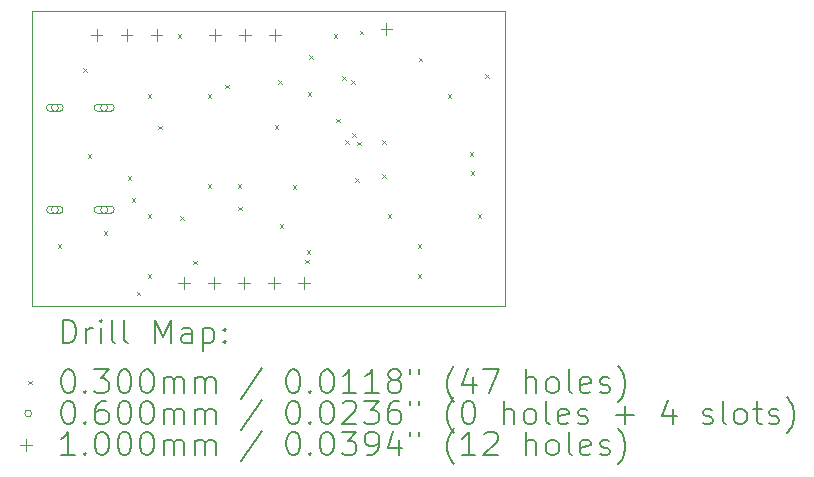
<source format=gbr>
%TF.GenerationSoftware,KiCad,Pcbnew,8.0.3-8.0.3-0~ubuntu22.04.1*%
%TF.CreationDate,2025-02-10T22:14:47+01:00*%
%TF.ProjectId,garland_controller,6761726c-616e-4645-9f63-6f6e74726f6c,0.1*%
%TF.SameCoordinates,Original*%
%TF.FileFunction,Drillmap*%
%TF.FilePolarity,Positive*%
%FSLAX45Y45*%
G04 Gerber Fmt 4.5, Leading zero omitted, Abs format (unit mm)*
G04 Created by KiCad (PCBNEW 8.0.3-8.0.3-0~ubuntu22.04.1) date 2025-02-10 22:14:47*
%MOMM*%
%LPD*%
G01*
G04 APERTURE LIST*
%ADD10C,0.050000*%
%ADD11C,0.200000*%
%ADD12C,0.100000*%
G04 APERTURE END LIST*
D10*
X10000000Y-5500000D02*
X14000000Y-5500000D01*
X14000000Y-8000000D01*
X10000000Y-8000000D01*
X10000000Y-5500000D01*
D11*
D12*
X10218710Y-7472024D02*
X10248710Y-7502024D01*
X10248710Y-7472024D02*
X10218710Y-7502024D01*
X10435000Y-5985000D02*
X10465000Y-6015000D01*
X10465000Y-5985000D02*
X10435000Y-6015000D01*
X10472710Y-6710024D02*
X10502710Y-6740024D01*
X10502710Y-6710024D02*
X10472710Y-6740024D01*
X10605000Y-7365000D02*
X10635000Y-7395000D01*
X10635000Y-7365000D02*
X10605000Y-7395000D01*
X10810000Y-6900000D02*
X10840000Y-6930000D01*
X10840000Y-6900000D02*
X10810000Y-6930000D01*
X10845000Y-7085000D02*
X10875000Y-7115000D01*
X10875000Y-7085000D02*
X10845000Y-7115000D01*
X10885000Y-7875000D02*
X10915000Y-7905000D01*
X10915000Y-7875000D02*
X10885000Y-7905000D01*
X10980710Y-6202024D02*
X11010710Y-6232024D01*
X11010710Y-6202024D02*
X10980710Y-6232024D01*
X10980710Y-7218024D02*
X11010710Y-7248024D01*
X11010710Y-7218024D02*
X10980710Y-7248024D01*
X10980710Y-7726024D02*
X11010710Y-7756024D01*
X11010710Y-7726024D02*
X10980710Y-7756024D01*
X11068750Y-6468750D02*
X11098750Y-6498750D01*
X11098750Y-6468750D02*
X11068750Y-6498750D01*
X11234710Y-5694024D02*
X11264710Y-5724024D01*
X11264710Y-5694024D02*
X11234710Y-5724024D01*
X11255000Y-7235000D02*
X11285000Y-7265000D01*
X11285000Y-7235000D02*
X11255000Y-7265000D01*
X11365000Y-7615000D02*
X11395000Y-7645000D01*
X11395000Y-7615000D02*
X11365000Y-7645000D01*
X11488710Y-6202024D02*
X11518710Y-6232024D01*
X11518710Y-6202024D02*
X11488710Y-6232024D01*
X11488710Y-6964024D02*
X11518710Y-6994024D01*
X11518710Y-6964024D02*
X11488710Y-6994024D01*
X11635000Y-6125000D02*
X11665000Y-6155000D01*
X11665000Y-6125000D02*
X11635000Y-6155000D01*
X11742710Y-6964024D02*
X11772710Y-6994024D01*
X11772710Y-6964024D02*
X11742710Y-6994024D01*
X11745000Y-7155000D02*
X11775000Y-7185000D01*
X11775000Y-7155000D02*
X11745000Y-7185000D01*
X12055000Y-6465000D02*
X12085000Y-6495000D01*
X12085000Y-6465000D02*
X12055000Y-6495000D01*
X12085000Y-6085000D02*
X12115000Y-6115000D01*
X12115000Y-6085000D02*
X12085000Y-6115000D01*
X12095000Y-7305000D02*
X12125000Y-7335000D01*
X12125000Y-7305000D02*
X12095000Y-7335000D01*
X12205000Y-6975000D02*
X12235000Y-7005000D01*
X12235000Y-6975000D02*
X12205000Y-7005000D01*
X12313686Y-7604196D02*
X12343686Y-7634196D01*
X12343686Y-7604196D02*
X12313686Y-7634196D01*
X12325000Y-7525000D02*
X12355000Y-7555000D01*
X12355000Y-7525000D02*
X12325000Y-7555000D01*
X12335000Y-6185000D02*
X12365000Y-6215000D01*
X12365000Y-6185000D02*
X12335000Y-6215000D01*
X12345000Y-5875000D02*
X12375000Y-5905000D01*
X12375000Y-5875000D02*
X12345000Y-5905000D01*
X12555000Y-5695000D02*
X12585000Y-5725000D01*
X12585000Y-5695000D02*
X12555000Y-5725000D01*
X12573935Y-6410000D02*
X12603935Y-6440000D01*
X12603935Y-6410000D02*
X12573935Y-6440000D01*
X12623668Y-6053074D02*
X12653668Y-6083074D01*
X12653668Y-6053074D02*
X12623668Y-6083074D01*
X12653431Y-6595000D02*
X12683431Y-6625000D01*
X12683431Y-6595000D02*
X12653431Y-6625000D01*
X12700000Y-6085000D02*
X12730000Y-6115000D01*
X12730000Y-6085000D02*
X12700000Y-6115000D01*
X12710000Y-6535000D02*
X12740000Y-6565000D01*
X12740000Y-6535000D02*
X12710000Y-6565000D01*
X12735000Y-6915000D02*
X12765000Y-6945000D01*
X12765000Y-6915000D02*
X12735000Y-6945000D01*
X12755000Y-6605000D02*
X12785000Y-6635000D01*
X12785000Y-6605000D02*
X12755000Y-6635000D01*
X12775000Y-5665000D02*
X12805000Y-5695000D01*
X12805000Y-5665000D02*
X12775000Y-5695000D01*
X12964926Y-6880073D02*
X12994926Y-6910073D01*
X12994926Y-6880073D02*
X12964926Y-6910073D01*
X12965000Y-6595000D02*
X12995000Y-6625000D01*
X12995000Y-6595000D02*
X12965000Y-6625000D01*
X13012710Y-7218024D02*
X13042710Y-7248024D01*
X13042710Y-7218024D02*
X13012710Y-7248024D01*
X13266710Y-7472024D02*
X13296710Y-7502024D01*
X13296710Y-7472024D02*
X13266710Y-7502024D01*
X13266710Y-7726024D02*
X13296710Y-7756024D01*
X13296710Y-7726024D02*
X13266710Y-7756024D01*
X13275000Y-5895000D02*
X13305000Y-5925000D01*
X13305000Y-5895000D02*
X13275000Y-5925000D01*
X13520710Y-6202024D02*
X13550710Y-6232024D01*
X13550710Y-6202024D02*
X13520710Y-6232024D01*
X13705000Y-6695000D02*
X13735000Y-6725000D01*
X13735000Y-6695000D02*
X13705000Y-6725000D01*
X13715000Y-6855000D02*
X13745000Y-6885000D01*
X13745000Y-6855000D02*
X13715000Y-6885000D01*
X13774710Y-7218024D02*
X13804710Y-7248024D01*
X13804710Y-7218024D02*
X13774710Y-7248024D01*
X13835000Y-6035000D02*
X13865000Y-6065000D01*
X13865000Y-6035000D02*
X13835000Y-6065000D01*
X10222500Y-6318000D02*
G75*
G02*
X10162500Y-6318000I-30000J0D01*
G01*
X10162500Y-6318000D02*
G75*
G02*
X10222500Y-6318000I30000J0D01*
G01*
X10232500Y-6288000D02*
X10152500Y-6288000D01*
X10152500Y-6348000D02*
G75*
G02*
X10152500Y-6288000I0J30000D01*
G01*
X10152500Y-6348000D02*
X10232500Y-6348000D01*
X10232500Y-6348000D02*
G75*
G03*
X10232500Y-6288000I0J30000D01*
G01*
X10222500Y-7182000D02*
G75*
G02*
X10162500Y-7182000I-30000J0D01*
G01*
X10162500Y-7182000D02*
G75*
G02*
X10222500Y-7182000I30000J0D01*
G01*
X10232500Y-7152000D02*
X10152500Y-7152000D01*
X10152500Y-7212000D02*
G75*
G02*
X10152500Y-7152000I0J30000D01*
G01*
X10152500Y-7212000D02*
X10232500Y-7212000D01*
X10232500Y-7212000D02*
G75*
G03*
X10232500Y-7152000I0J30000D01*
G01*
X10640500Y-6318000D02*
G75*
G02*
X10580500Y-6318000I-30000J0D01*
G01*
X10580500Y-6318000D02*
G75*
G02*
X10640500Y-6318000I30000J0D01*
G01*
X10665500Y-6288000D02*
X10555500Y-6288000D01*
X10555500Y-6348000D02*
G75*
G02*
X10555500Y-6288000I0J30000D01*
G01*
X10555500Y-6348000D02*
X10665500Y-6348000D01*
X10665500Y-6348000D02*
G75*
G03*
X10665500Y-6288000I0J30000D01*
G01*
X10640500Y-7182000D02*
G75*
G02*
X10580500Y-7182000I-30000J0D01*
G01*
X10580500Y-7182000D02*
G75*
G02*
X10640500Y-7182000I30000J0D01*
G01*
X10665500Y-7152000D02*
X10555500Y-7152000D01*
X10555500Y-7212000D02*
G75*
G02*
X10555500Y-7152000I0J30000D01*
G01*
X10555500Y-7212000D02*
X10665500Y-7212000D01*
X10665500Y-7212000D02*
G75*
G03*
X10665500Y-7152000I0J30000D01*
G01*
X10546000Y-5650000D02*
X10546000Y-5750000D01*
X10496000Y-5700000D02*
X10596000Y-5700000D01*
X10800000Y-5650000D02*
X10800000Y-5750000D01*
X10750000Y-5700000D02*
X10850000Y-5700000D01*
X11054000Y-5650000D02*
X11054000Y-5750000D01*
X11004000Y-5700000D02*
X11104000Y-5700000D01*
X11284000Y-7750000D02*
X11284000Y-7850000D01*
X11234000Y-7800000D02*
X11334000Y-7800000D01*
X11538000Y-7750000D02*
X11538000Y-7850000D01*
X11488000Y-7800000D02*
X11588000Y-7800000D01*
X11546000Y-5650000D02*
X11546000Y-5750000D01*
X11496000Y-5700000D02*
X11596000Y-5700000D01*
X11792000Y-7750000D02*
X11792000Y-7850000D01*
X11742000Y-7800000D02*
X11842000Y-7800000D01*
X11800000Y-5650000D02*
X11800000Y-5750000D01*
X11750000Y-5700000D02*
X11850000Y-5700000D01*
X12046000Y-7750000D02*
X12046000Y-7850000D01*
X11996000Y-7800000D02*
X12096000Y-7800000D01*
X12054000Y-5650000D02*
X12054000Y-5750000D01*
X12004000Y-5700000D02*
X12104000Y-5700000D01*
X12300000Y-7750000D02*
X12300000Y-7850000D01*
X12250000Y-7800000D02*
X12350000Y-7800000D01*
X13000000Y-5600000D02*
X13000000Y-5700000D01*
X12950000Y-5650000D02*
X13050000Y-5650000D01*
D11*
X10258277Y-8313984D02*
X10258277Y-8113984D01*
X10258277Y-8113984D02*
X10305896Y-8113984D01*
X10305896Y-8113984D02*
X10334467Y-8123508D01*
X10334467Y-8123508D02*
X10353515Y-8142555D01*
X10353515Y-8142555D02*
X10363039Y-8161603D01*
X10363039Y-8161603D02*
X10372563Y-8199698D01*
X10372563Y-8199698D02*
X10372563Y-8228269D01*
X10372563Y-8228269D02*
X10363039Y-8266365D01*
X10363039Y-8266365D02*
X10353515Y-8285412D01*
X10353515Y-8285412D02*
X10334467Y-8304460D01*
X10334467Y-8304460D02*
X10305896Y-8313984D01*
X10305896Y-8313984D02*
X10258277Y-8313984D01*
X10458277Y-8313984D02*
X10458277Y-8180650D01*
X10458277Y-8218746D02*
X10467801Y-8199698D01*
X10467801Y-8199698D02*
X10477324Y-8190174D01*
X10477324Y-8190174D02*
X10496372Y-8180650D01*
X10496372Y-8180650D02*
X10515420Y-8180650D01*
X10582086Y-8313984D02*
X10582086Y-8180650D01*
X10582086Y-8113984D02*
X10572563Y-8123508D01*
X10572563Y-8123508D02*
X10582086Y-8133031D01*
X10582086Y-8133031D02*
X10591610Y-8123508D01*
X10591610Y-8123508D02*
X10582086Y-8113984D01*
X10582086Y-8113984D02*
X10582086Y-8133031D01*
X10705896Y-8313984D02*
X10686848Y-8304460D01*
X10686848Y-8304460D02*
X10677324Y-8285412D01*
X10677324Y-8285412D02*
X10677324Y-8113984D01*
X10810658Y-8313984D02*
X10791610Y-8304460D01*
X10791610Y-8304460D02*
X10782086Y-8285412D01*
X10782086Y-8285412D02*
X10782086Y-8113984D01*
X11039229Y-8313984D02*
X11039229Y-8113984D01*
X11039229Y-8113984D02*
X11105896Y-8256841D01*
X11105896Y-8256841D02*
X11172563Y-8113984D01*
X11172563Y-8113984D02*
X11172563Y-8313984D01*
X11353515Y-8313984D02*
X11353515Y-8209222D01*
X11353515Y-8209222D02*
X11343991Y-8190174D01*
X11343991Y-8190174D02*
X11324943Y-8180650D01*
X11324943Y-8180650D02*
X11286848Y-8180650D01*
X11286848Y-8180650D02*
X11267801Y-8190174D01*
X11353515Y-8304460D02*
X11334467Y-8313984D01*
X11334467Y-8313984D02*
X11286848Y-8313984D01*
X11286848Y-8313984D02*
X11267801Y-8304460D01*
X11267801Y-8304460D02*
X11258277Y-8285412D01*
X11258277Y-8285412D02*
X11258277Y-8266365D01*
X11258277Y-8266365D02*
X11267801Y-8247317D01*
X11267801Y-8247317D02*
X11286848Y-8237793D01*
X11286848Y-8237793D02*
X11334467Y-8237793D01*
X11334467Y-8237793D02*
X11353515Y-8228269D01*
X11448753Y-8180650D02*
X11448753Y-8380650D01*
X11448753Y-8190174D02*
X11467801Y-8180650D01*
X11467801Y-8180650D02*
X11505896Y-8180650D01*
X11505896Y-8180650D02*
X11524943Y-8190174D01*
X11524943Y-8190174D02*
X11534467Y-8199698D01*
X11534467Y-8199698D02*
X11543991Y-8218746D01*
X11543991Y-8218746D02*
X11543991Y-8275888D01*
X11543991Y-8275888D02*
X11534467Y-8294936D01*
X11534467Y-8294936D02*
X11524943Y-8304460D01*
X11524943Y-8304460D02*
X11505896Y-8313984D01*
X11505896Y-8313984D02*
X11467801Y-8313984D01*
X11467801Y-8313984D02*
X11448753Y-8304460D01*
X11629705Y-8294936D02*
X11639229Y-8304460D01*
X11639229Y-8304460D02*
X11629705Y-8313984D01*
X11629705Y-8313984D02*
X11620182Y-8304460D01*
X11620182Y-8304460D02*
X11629705Y-8294936D01*
X11629705Y-8294936D02*
X11629705Y-8313984D01*
X11629705Y-8190174D02*
X11639229Y-8199698D01*
X11639229Y-8199698D02*
X11629705Y-8209222D01*
X11629705Y-8209222D02*
X11620182Y-8199698D01*
X11620182Y-8199698D02*
X11629705Y-8190174D01*
X11629705Y-8190174D02*
X11629705Y-8209222D01*
D12*
X9967500Y-8627500D02*
X9997500Y-8657500D01*
X9997500Y-8627500D02*
X9967500Y-8657500D01*
D11*
X10296372Y-8533984D02*
X10315420Y-8533984D01*
X10315420Y-8533984D02*
X10334467Y-8543508D01*
X10334467Y-8543508D02*
X10343991Y-8553031D01*
X10343991Y-8553031D02*
X10353515Y-8572079D01*
X10353515Y-8572079D02*
X10363039Y-8610174D01*
X10363039Y-8610174D02*
X10363039Y-8657793D01*
X10363039Y-8657793D02*
X10353515Y-8695889D01*
X10353515Y-8695889D02*
X10343991Y-8714936D01*
X10343991Y-8714936D02*
X10334467Y-8724460D01*
X10334467Y-8724460D02*
X10315420Y-8733984D01*
X10315420Y-8733984D02*
X10296372Y-8733984D01*
X10296372Y-8733984D02*
X10277324Y-8724460D01*
X10277324Y-8724460D02*
X10267801Y-8714936D01*
X10267801Y-8714936D02*
X10258277Y-8695889D01*
X10258277Y-8695889D02*
X10248753Y-8657793D01*
X10248753Y-8657793D02*
X10248753Y-8610174D01*
X10248753Y-8610174D02*
X10258277Y-8572079D01*
X10258277Y-8572079D02*
X10267801Y-8553031D01*
X10267801Y-8553031D02*
X10277324Y-8543508D01*
X10277324Y-8543508D02*
X10296372Y-8533984D01*
X10448753Y-8714936D02*
X10458277Y-8724460D01*
X10458277Y-8724460D02*
X10448753Y-8733984D01*
X10448753Y-8733984D02*
X10439229Y-8724460D01*
X10439229Y-8724460D02*
X10448753Y-8714936D01*
X10448753Y-8714936D02*
X10448753Y-8733984D01*
X10524944Y-8533984D02*
X10648753Y-8533984D01*
X10648753Y-8533984D02*
X10582086Y-8610174D01*
X10582086Y-8610174D02*
X10610658Y-8610174D01*
X10610658Y-8610174D02*
X10629705Y-8619698D01*
X10629705Y-8619698D02*
X10639229Y-8629222D01*
X10639229Y-8629222D02*
X10648753Y-8648270D01*
X10648753Y-8648270D02*
X10648753Y-8695889D01*
X10648753Y-8695889D02*
X10639229Y-8714936D01*
X10639229Y-8714936D02*
X10629705Y-8724460D01*
X10629705Y-8724460D02*
X10610658Y-8733984D01*
X10610658Y-8733984D02*
X10553515Y-8733984D01*
X10553515Y-8733984D02*
X10534467Y-8724460D01*
X10534467Y-8724460D02*
X10524944Y-8714936D01*
X10772563Y-8533984D02*
X10791610Y-8533984D01*
X10791610Y-8533984D02*
X10810658Y-8543508D01*
X10810658Y-8543508D02*
X10820182Y-8553031D01*
X10820182Y-8553031D02*
X10829705Y-8572079D01*
X10829705Y-8572079D02*
X10839229Y-8610174D01*
X10839229Y-8610174D02*
X10839229Y-8657793D01*
X10839229Y-8657793D02*
X10829705Y-8695889D01*
X10829705Y-8695889D02*
X10820182Y-8714936D01*
X10820182Y-8714936D02*
X10810658Y-8724460D01*
X10810658Y-8724460D02*
X10791610Y-8733984D01*
X10791610Y-8733984D02*
X10772563Y-8733984D01*
X10772563Y-8733984D02*
X10753515Y-8724460D01*
X10753515Y-8724460D02*
X10743991Y-8714936D01*
X10743991Y-8714936D02*
X10734467Y-8695889D01*
X10734467Y-8695889D02*
X10724944Y-8657793D01*
X10724944Y-8657793D02*
X10724944Y-8610174D01*
X10724944Y-8610174D02*
X10734467Y-8572079D01*
X10734467Y-8572079D02*
X10743991Y-8553031D01*
X10743991Y-8553031D02*
X10753515Y-8543508D01*
X10753515Y-8543508D02*
X10772563Y-8533984D01*
X10963039Y-8533984D02*
X10982086Y-8533984D01*
X10982086Y-8533984D02*
X11001134Y-8543508D01*
X11001134Y-8543508D02*
X11010658Y-8553031D01*
X11010658Y-8553031D02*
X11020182Y-8572079D01*
X11020182Y-8572079D02*
X11029705Y-8610174D01*
X11029705Y-8610174D02*
X11029705Y-8657793D01*
X11029705Y-8657793D02*
X11020182Y-8695889D01*
X11020182Y-8695889D02*
X11010658Y-8714936D01*
X11010658Y-8714936D02*
X11001134Y-8724460D01*
X11001134Y-8724460D02*
X10982086Y-8733984D01*
X10982086Y-8733984D02*
X10963039Y-8733984D01*
X10963039Y-8733984D02*
X10943991Y-8724460D01*
X10943991Y-8724460D02*
X10934467Y-8714936D01*
X10934467Y-8714936D02*
X10924944Y-8695889D01*
X10924944Y-8695889D02*
X10915420Y-8657793D01*
X10915420Y-8657793D02*
X10915420Y-8610174D01*
X10915420Y-8610174D02*
X10924944Y-8572079D01*
X10924944Y-8572079D02*
X10934467Y-8553031D01*
X10934467Y-8553031D02*
X10943991Y-8543508D01*
X10943991Y-8543508D02*
X10963039Y-8533984D01*
X11115420Y-8733984D02*
X11115420Y-8600650D01*
X11115420Y-8619698D02*
X11124944Y-8610174D01*
X11124944Y-8610174D02*
X11143991Y-8600650D01*
X11143991Y-8600650D02*
X11172563Y-8600650D01*
X11172563Y-8600650D02*
X11191610Y-8610174D01*
X11191610Y-8610174D02*
X11201134Y-8629222D01*
X11201134Y-8629222D02*
X11201134Y-8733984D01*
X11201134Y-8629222D02*
X11210658Y-8610174D01*
X11210658Y-8610174D02*
X11229705Y-8600650D01*
X11229705Y-8600650D02*
X11258277Y-8600650D01*
X11258277Y-8600650D02*
X11277324Y-8610174D01*
X11277324Y-8610174D02*
X11286848Y-8629222D01*
X11286848Y-8629222D02*
X11286848Y-8733984D01*
X11382086Y-8733984D02*
X11382086Y-8600650D01*
X11382086Y-8619698D02*
X11391610Y-8610174D01*
X11391610Y-8610174D02*
X11410658Y-8600650D01*
X11410658Y-8600650D02*
X11439229Y-8600650D01*
X11439229Y-8600650D02*
X11458277Y-8610174D01*
X11458277Y-8610174D02*
X11467801Y-8629222D01*
X11467801Y-8629222D02*
X11467801Y-8733984D01*
X11467801Y-8629222D02*
X11477324Y-8610174D01*
X11477324Y-8610174D02*
X11496372Y-8600650D01*
X11496372Y-8600650D02*
X11524943Y-8600650D01*
X11524943Y-8600650D02*
X11543991Y-8610174D01*
X11543991Y-8610174D02*
X11553515Y-8629222D01*
X11553515Y-8629222D02*
X11553515Y-8733984D01*
X11943991Y-8524460D02*
X11772563Y-8781603D01*
X12201134Y-8533984D02*
X12220182Y-8533984D01*
X12220182Y-8533984D02*
X12239229Y-8543508D01*
X12239229Y-8543508D02*
X12248753Y-8553031D01*
X12248753Y-8553031D02*
X12258277Y-8572079D01*
X12258277Y-8572079D02*
X12267801Y-8610174D01*
X12267801Y-8610174D02*
X12267801Y-8657793D01*
X12267801Y-8657793D02*
X12258277Y-8695889D01*
X12258277Y-8695889D02*
X12248753Y-8714936D01*
X12248753Y-8714936D02*
X12239229Y-8724460D01*
X12239229Y-8724460D02*
X12220182Y-8733984D01*
X12220182Y-8733984D02*
X12201134Y-8733984D01*
X12201134Y-8733984D02*
X12182086Y-8724460D01*
X12182086Y-8724460D02*
X12172563Y-8714936D01*
X12172563Y-8714936D02*
X12163039Y-8695889D01*
X12163039Y-8695889D02*
X12153515Y-8657793D01*
X12153515Y-8657793D02*
X12153515Y-8610174D01*
X12153515Y-8610174D02*
X12163039Y-8572079D01*
X12163039Y-8572079D02*
X12172563Y-8553031D01*
X12172563Y-8553031D02*
X12182086Y-8543508D01*
X12182086Y-8543508D02*
X12201134Y-8533984D01*
X12353515Y-8714936D02*
X12363039Y-8724460D01*
X12363039Y-8724460D02*
X12353515Y-8733984D01*
X12353515Y-8733984D02*
X12343991Y-8724460D01*
X12343991Y-8724460D02*
X12353515Y-8714936D01*
X12353515Y-8714936D02*
X12353515Y-8733984D01*
X12486848Y-8533984D02*
X12505896Y-8533984D01*
X12505896Y-8533984D02*
X12524944Y-8543508D01*
X12524944Y-8543508D02*
X12534467Y-8553031D01*
X12534467Y-8553031D02*
X12543991Y-8572079D01*
X12543991Y-8572079D02*
X12553515Y-8610174D01*
X12553515Y-8610174D02*
X12553515Y-8657793D01*
X12553515Y-8657793D02*
X12543991Y-8695889D01*
X12543991Y-8695889D02*
X12534467Y-8714936D01*
X12534467Y-8714936D02*
X12524944Y-8724460D01*
X12524944Y-8724460D02*
X12505896Y-8733984D01*
X12505896Y-8733984D02*
X12486848Y-8733984D01*
X12486848Y-8733984D02*
X12467801Y-8724460D01*
X12467801Y-8724460D02*
X12458277Y-8714936D01*
X12458277Y-8714936D02*
X12448753Y-8695889D01*
X12448753Y-8695889D02*
X12439229Y-8657793D01*
X12439229Y-8657793D02*
X12439229Y-8610174D01*
X12439229Y-8610174D02*
X12448753Y-8572079D01*
X12448753Y-8572079D02*
X12458277Y-8553031D01*
X12458277Y-8553031D02*
X12467801Y-8543508D01*
X12467801Y-8543508D02*
X12486848Y-8533984D01*
X12743991Y-8733984D02*
X12629706Y-8733984D01*
X12686848Y-8733984D02*
X12686848Y-8533984D01*
X12686848Y-8533984D02*
X12667801Y-8562555D01*
X12667801Y-8562555D02*
X12648753Y-8581603D01*
X12648753Y-8581603D02*
X12629706Y-8591127D01*
X12934467Y-8733984D02*
X12820182Y-8733984D01*
X12877325Y-8733984D02*
X12877325Y-8533984D01*
X12877325Y-8533984D02*
X12858277Y-8562555D01*
X12858277Y-8562555D02*
X12839229Y-8581603D01*
X12839229Y-8581603D02*
X12820182Y-8591127D01*
X13048753Y-8619698D02*
X13029706Y-8610174D01*
X13029706Y-8610174D02*
X13020182Y-8600650D01*
X13020182Y-8600650D02*
X13010658Y-8581603D01*
X13010658Y-8581603D02*
X13010658Y-8572079D01*
X13010658Y-8572079D02*
X13020182Y-8553031D01*
X13020182Y-8553031D02*
X13029706Y-8543508D01*
X13029706Y-8543508D02*
X13048753Y-8533984D01*
X13048753Y-8533984D02*
X13086848Y-8533984D01*
X13086848Y-8533984D02*
X13105896Y-8543508D01*
X13105896Y-8543508D02*
X13115420Y-8553031D01*
X13115420Y-8553031D02*
X13124944Y-8572079D01*
X13124944Y-8572079D02*
X13124944Y-8581603D01*
X13124944Y-8581603D02*
X13115420Y-8600650D01*
X13115420Y-8600650D02*
X13105896Y-8610174D01*
X13105896Y-8610174D02*
X13086848Y-8619698D01*
X13086848Y-8619698D02*
X13048753Y-8619698D01*
X13048753Y-8619698D02*
X13029706Y-8629222D01*
X13029706Y-8629222D02*
X13020182Y-8638746D01*
X13020182Y-8638746D02*
X13010658Y-8657793D01*
X13010658Y-8657793D02*
X13010658Y-8695889D01*
X13010658Y-8695889D02*
X13020182Y-8714936D01*
X13020182Y-8714936D02*
X13029706Y-8724460D01*
X13029706Y-8724460D02*
X13048753Y-8733984D01*
X13048753Y-8733984D02*
X13086848Y-8733984D01*
X13086848Y-8733984D02*
X13105896Y-8724460D01*
X13105896Y-8724460D02*
X13115420Y-8714936D01*
X13115420Y-8714936D02*
X13124944Y-8695889D01*
X13124944Y-8695889D02*
X13124944Y-8657793D01*
X13124944Y-8657793D02*
X13115420Y-8638746D01*
X13115420Y-8638746D02*
X13105896Y-8629222D01*
X13105896Y-8629222D02*
X13086848Y-8619698D01*
X13201134Y-8533984D02*
X13201134Y-8572079D01*
X13277325Y-8533984D02*
X13277325Y-8572079D01*
X13572563Y-8810174D02*
X13563039Y-8800650D01*
X13563039Y-8800650D02*
X13543991Y-8772079D01*
X13543991Y-8772079D02*
X13534468Y-8753031D01*
X13534468Y-8753031D02*
X13524944Y-8724460D01*
X13524944Y-8724460D02*
X13515420Y-8676841D01*
X13515420Y-8676841D02*
X13515420Y-8638746D01*
X13515420Y-8638746D02*
X13524944Y-8591127D01*
X13524944Y-8591127D02*
X13534468Y-8562555D01*
X13534468Y-8562555D02*
X13543991Y-8543508D01*
X13543991Y-8543508D02*
X13563039Y-8514936D01*
X13563039Y-8514936D02*
X13572563Y-8505412D01*
X13734468Y-8600650D02*
X13734468Y-8733984D01*
X13686848Y-8524460D02*
X13639229Y-8667317D01*
X13639229Y-8667317D02*
X13763039Y-8667317D01*
X13820182Y-8533984D02*
X13953515Y-8533984D01*
X13953515Y-8533984D02*
X13867801Y-8733984D01*
X14182087Y-8733984D02*
X14182087Y-8533984D01*
X14267801Y-8733984D02*
X14267801Y-8629222D01*
X14267801Y-8629222D02*
X14258277Y-8610174D01*
X14258277Y-8610174D02*
X14239230Y-8600650D01*
X14239230Y-8600650D02*
X14210658Y-8600650D01*
X14210658Y-8600650D02*
X14191610Y-8610174D01*
X14191610Y-8610174D02*
X14182087Y-8619698D01*
X14391610Y-8733984D02*
X14372563Y-8724460D01*
X14372563Y-8724460D02*
X14363039Y-8714936D01*
X14363039Y-8714936D02*
X14353515Y-8695889D01*
X14353515Y-8695889D02*
X14353515Y-8638746D01*
X14353515Y-8638746D02*
X14363039Y-8619698D01*
X14363039Y-8619698D02*
X14372563Y-8610174D01*
X14372563Y-8610174D02*
X14391610Y-8600650D01*
X14391610Y-8600650D02*
X14420182Y-8600650D01*
X14420182Y-8600650D02*
X14439230Y-8610174D01*
X14439230Y-8610174D02*
X14448753Y-8619698D01*
X14448753Y-8619698D02*
X14458277Y-8638746D01*
X14458277Y-8638746D02*
X14458277Y-8695889D01*
X14458277Y-8695889D02*
X14448753Y-8714936D01*
X14448753Y-8714936D02*
X14439230Y-8724460D01*
X14439230Y-8724460D02*
X14420182Y-8733984D01*
X14420182Y-8733984D02*
X14391610Y-8733984D01*
X14572563Y-8733984D02*
X14553515Y-8724460D01*
X14553515Y-8724460D02*
X14543991Y-8705412D01*
X14543991Y-8705412D02*
X14543991Y-8533984D01*
X14724944Y-8724460D02*
X14705896Y-8733984D01*
X14705896Y-8733984D02*
X14667801Y-8733984D01*
X14667801Y-8733984D02*
X14648753Y-8724460D01*
X14648753Y-8724460D02*
X14639230Y-8705412D01*
X14639230Y-8705412D02*
X14639230Y-8629222D01*
X14639230Y-8629222D02*
X14648753Y-8610174D01*
X14648753Y-8610174D02*
X14667801Y-8600650D01*
X14667801Y-8600650D02*
X14705896Y-8600650D01*
X14705896Y-8600650D02*
X14724944Y-8610174D01*
X14724944Y-8610174D02*
X14734468Y-8629222D01*
X14734468Y-8629222D02*
X14734468Y-8648270D01*
X14734468Y-8648270D02*
X14639230Y-8667317D01*
X14810658Y-8724460D02*
X14829706Y-8733984D01*
X14829706Y-8733984D02*
X14867801Y-8733984D01*
X14867801Y-8733984D02*
X14886849Y-8724460D01*
X14886849Y-8724460D02*
X14896372Y-8705412D01*
X14896372Y-8705412D02*
X14896372Y-8695889D01*
X14896372Y-8695889D02*
X14886849Y-8676841D01*
X14886849Y-8676841D02*
X14867801Y-8667317D01*
X14867801Y-8667317D02*
X14839230Y-8667317D01*
X14839230Y-8667317D02*
X14820182Y-8657793D01*
X14820182Y-8657793D02*
X14810658Y-8638746D01*
X14810658Y-8638746D02*
X14810658Y-8629222D01*
X14810658Y-8629222D02*
X14820182Y-8610174D01*
X14820182Y-8610174D02*
X14839230Y-8600650D01*
X14839230Y-8600650D02*
X14867801Y-8600650D01*
X14867801Y-8600650D02*
X14886849Y-8610174D01*
X14963039Y-8810174D02*
X14972563Y-8800650D01*
X14972563Y-8800650D02*
X14991611Y-8772079D01*
X14991611Y-8772079D02*
X15001134Y-8753031D01*
X15001134Y-8753031D02*
X15010658Y-8724460D01*
X15010658Y-8724460D02*
X15020182Y-8676841D01*
X15020182Y-8676841D02*
X15020182Y-8638746D01*
X15020182Y-8638746D02*
X15010658Y-8591127D01*
X15010658Y-8591127D02*
X15001134Y-8562555D01*
X15001134Y-8562555D02*
X14991611Y-8543508D01*
X14991611Y-8543508D02*
X14972563Y-8514936D01*
X14972563Y-8514936D02*
X14963039Y-8505412D01*
D12*
X9997500Y-8906500D02*
G75*
G02*
X9937500Y-8906500I-30000J0D01*
G01*
X9937500Y-8906500D02*
G75*
G02*
X9997500Y-8906500I30000J0D01*
G01*
D11*
X10296372Y-8797984D02*
X10315420Y-8797984D01*
X10315420Y-8797984D02*
X10334467Y-8807508D01*
X10334467Y-8807508D02*
X10343991Y-8817031D01*
X10343991Y-8817031D02*
X10353515Y-8836079D01*
X10353515Y-8836079D02*
X10363039Y-8874174D01*
X10363039Y-8874174D02*
X10363039Y-8921793D01*
X10363039Y-8921793D02*
X10353515Y-8959889D01*
X10353515Y-8959889D02*
X10343991Y-8978936D01*
X10343991Y-8978936D02*
X10334467Y-8988460D01*
X10334467Y-8988460D02*
X10315420Y-8997984D01*
X10315420Y-8997984D02*
X10296372Y-8997984D01*
X10296372Y-8997984D02*
X10277324Y-8988460D01*
X10277324Y-8988460D02*
X10267801Y-8978936D01*
X10267801Y-8978936D02*
X10258277Y-8959889D01*
X10258277Y-8959889D02*
X10248753Y-8921793D01*
X10248753Y-8921793D02*
X10248753Y-8874174D01*
X10248753Y-8874174D02*
X10258277Y-8836079D01*
X10258277Y-8836079D02*
X10267801Y-8817031D01*
X10267801Y-8817031D02*
X10277324Y-8807508D01*
X10277324Y-8807508D02*
X10296372Y-8797984D01*
X10448753Y-8978936D02*
X10458277Y-8988460D01*
X10458277Y-8988460D02*
X10448753Y-8997984D01*
X10448753Y-8997984D02*
X10439229Y-8988460D01*
X10439229Y-8988460D02*
X10448753Y-8978936D01*
X10448753Y-8978936D02*
X10448753Y-8997984D01*
X10629705Y-8797984D02*
X10591610Y-8797984D01*
X10591610Y-8797984D02*
X10572563Y-8807508D01*
X10572563Y-8807508D02*
X10563039Y-8817031D01*
X10563039Y-8817031D02*
X10543991Y-8845603D01*
X10543991Y-8845603D02*
X10534467Y-8883698D01*
X10534467Y-8883698D02*
X10534467Y-8959889D01*
X10534467Y-8959889D02*
X10543991Y-8978936D01*
X10543991Y-8978936D02*
X10553515Y-8988460D01*
X10553515Y-8988460D02*
X10572563Y-8997984D01*
X10572563Y-8997984D02*
X10610658Y-8997984D01*
X10610658Y-8997984D02*
X10629705Y-8988460D01*
X10629705Y-8988460D02*
X10639229Y-8978936D01*
X10639229Y-8978936D02*
X10648753Y-8959889D01*
X10648753Y-8959889D02*
X10648753Y-8912270D01*
X10648753Y-8912270D02*
X10639229Y-8893222D01*
X10639229Y-8893222D02*
X10629705Y-8883698D01*
X10629705Y-8883698D02*
X10610658Y-8874174D01*
X10610658Y-8874174D02*
X10572563Y-8874174D01*
X10572563Y-8874174D02*
X10553515Y-8883698D01*
X10553515Y-8883698D02*
X10543991Y-8893222D01*
X10543991Y-8893222D02*
X10534467Y-8912270D01*
X10772563Y-8797984D02*
X10791610Y-8797984D01*
X10791610Y-8797984D02*
X10810658Y-8807508D01*
X10810658Y-8807508D02*
X10820182Y-8817031D01*
X10820182Y-8817031D02*
X10829705Y-8836079D01*
X10829705Y-8836079D02*
X10839229Y-8874174D01*
X10839229Y-8874174D02*
X10839229Y-8921793D01*
X10839229Y-8921793D02*
X10829705Y-8959889D01*
X10829705Y-8959889D02*
X10820182Y-8978936D01*
X10820182Y-8978936D02*
X10810658Y-8988460D01*
X10810658Y-8988460D02*
X10791610Y-8997984D01*
X10791610Y-8997984D02*
X10772563Y-8997984D01*
X10772563Y-8997984D02*
X10753515Y-8988460D01*
X10753515Y-8988460D02*
X10743991Y-8978936D01*
X10743991Y-8978936D02*
X10734467Y-8959889D01*
X10734467Y-8959889D02*
X10724944Y-8921793D01*
X10724944Y-8921793D02*
X10724944Y-8874174D01*
X10724944Y-8874174D02*
X10734467Y-8836079D01*
X10734467Y-8836079D02*
X10743991Y-8817031D01*
X10743991Y-8817031D02*
X10753515Y-8807508D01*
X10753515Y-8807508D02*
X10772563Y-8797984D01*
X10963039Y-8797984D02*
X10982086Y-8797984D01*
X10982086Y-8797984D02*
X11001134Y-8807508D01*
X11001134Y-8807508D02*
X11010658Y-8817031D01*
X11010658Y-8817031D02*
X11020182Y-8836079D01*
X11020182Y-8836079D02*
X11029705Y-8874174D01*
X11029705Y-8874174D02*
X11029705Y-8921793D01*
X11029705Y-8921793D02*
X11020182Y-8959889D01*
X11020182Y-8959889D02*
X11010658Y-8978936D01*
X11010658Y-8978936D02*
X11001134Y-8988460D01*
X11001134Y-8988460D02*
X10982086Y-8997984D01*
X10982086Y-8997984D02*
X10963039Y-8997984D01*
X10963039Y-8997984D02*
X10943991Y-8988460D01*
X10943991Y-8988460D02*
X10934467Y-8978936D01*
X10934467Y-8978936D02*
X10924944Y-8959889D01*
X10924944Y-8959889D02*
X10915420Y-8921793D01*
X10915420Y-8921793D02*
X10915420Y-8874174D01*
X10915420Y-8874174D02*
X10924944Y-8836079D01*
X10924944Y-8836079D02*
X10934467Y-8817031D01*
X10934467Y-8817031D02*
X10943991Y-8807508D01*
X10943991Y-8807508D02*
X10963039Y-8797984D01*
X11115420Y-8997984D02*
X11115420Y-8864650D01*
X11115420Y-8883698D02*
X11124944Y-8874174D01*
X11124944Y-8874174D02*
X11143991Y-8864650D01*
X11143991Y-8864650D02*
X11172563Y-8864650D01*
X11172563Y-8864650D02*
X11191610Y-8874174D01*
X11191610Y-8874174D02*
X11201134Y-8893222D01*
X11201134Y-8893222D02*
X11201134Y-8997984D01*
X11201134Y-8893222D02*
X11210658Y-8874174D01*
X11210658Y-8874174D02*
X11229705Y-8864650D01*
X11229705Y-8864650D02*
X11258277Y-8864650D01*
X11258277Y-8864650D02*
X11277324Y-8874174D01*
X11277324Y-8874174D02*
X11286848Y-8893222D01*
X11286848Y-8893222D02*
X11286848Y-8997984D01*
X11382086Y-8997984D02*
X11382086Y-8864650D01*
X11382086Y-8883698D02*
X11391610Y-8874174D01*
X11391610Y-8874174D02*
X11410658Y-8864650D01*
X11410658Y-8864650D02*
X11439229Y-8864650D01*
X11439229Y-8864650D02*
X11458277Y-8874174D01*
X11458277Y-8874174D02*
X11467801Y-8893222D01*
X11467801Y-8893222D02*
X11467801Y-8997984D01*
X11467801Y-8893222D02*
X11477324Y-8874174D01*
X11477324Y-8874174D02*
X11496372Y-8864650D01*
X11496372Y-8864650D02*
X11524943Y-8864650D01*
X11524943Y-8864650D02*
X11543991Y-8874174D01*
X11543991Y-8874174D02*
X11553515Y-8893222D01*
X11553515Y-8893222D02*
X11553515Y-8997984D01*
X11943991Y-8788460D02*
X11772563Y-9045603D01*
X12201134Y-8797984D02*
X12220182Y-8797984D01*
X12220182Y-8797984D02*
X12239229Y-8807508D01*
X12239229Y-8807508D02*
X12248753Y-8817031D01*
X12248753Y-8817031D02*
X12258277Y-8836079D01*
X12258277Y-8836079D02*
X12267801Y-8874174D01*
X12267801Y-8874174D02*
X12267801Y-8921793D01*
X12267801Y-8921793D02*
X12258277Y-8959889D01*
X12258277Y-8959889D02*
X12248753Y-8978936D01*
X12248753Y-8978936D02*
X12239229Y-8988460D01*
X12239229Y-8988460D02*
X12220182Y-8997984D01*
X12220182Y-8997984D02*
X12201134Y-8997984D01*
X12201134Y-8997984D02*
X12182086Y-8988460D01*
X12182086Y-8988460D02*
X12172563Y-8978936D01*
X12172563Y-8978936D02*
X12163039Y-8959889D01*
X12163039Y-8959889D02*
X12153515Y-8921793D01*
X12153515Y-8921793D02*
X12153515Y-8874174D01*
X12153515Y-8874174D02*
X12163039Y-8836079D01*
X12163039Y-8836079D02*
X12172563Y-8817031D01*
X12172563Y-8817031D02*
X12182086Y-8807508D01*
X12182086Y-8807508D02*
X12201134Y-8797984D01*
X12353515Y-8978936D02*
X12363039Y-8988460D01*
X12363039Y-8988460D02*
X12353515Y-8997984D01*
X12353515Y-8997984D02*
X12343991Y-8988460D01*
X12343991Y-8988460D02*
X12353515Y-8978936D01*
X12353515Y-8978936D02*
X12353515Y-8997984D01*
X12486848Y-8797984D02*
X12505896Y-8797984D01*
X12505896Y-8797984D02*
X12524944Y-8807508D01*
X12524944Y-8807508D02*
X12534467Y-8817031D01*
X12534467Y-8817031D02*
X12543991Y-8836079D01*
X12543991Y-8836079D02*
X12553515Y-8874174D01*
X12553515Y-8874174D02*
X12553515Y-8921793D01*
X12553515Y-8921793D02*
X12543991Y-8959889D01*
X12543991Y-8959889D02*
X12534467Y-8978936D01*
X12534467Y-8978936D02*
X12524944Y-8988460D01*
X12524944Y-8988460D02*
X12505896Y-8997984D01*
X12505896Y-8997984D02*
X12486848Y-8997984D01*
X12486848Y-8997984D02*
X12467801Y-8988460D01*
X12467801Y-8988460D02*
X12458277Y-8978936D01*
X12458277Y-8978936D02*
X12448753Y-8959889D01*
X12448753Y-8959889D02*
X12439229Y-8921793D01*
X12439229Y-8921793D02*
X12439229Y-8874174D01*
X12439229Y-8874174D02*
X12448753Y-8836079D01*
X12448753Y-8836079D02*
X12458277Y-8817031D01*
X12458277Y-8817031D02*
X12467801Y-8807508D01*
X12467801Y-8807508D02*
X12486848Y-8797984D01*
X12629706Y-8817031D02*
X12639229Y-8807508D01*
X12639229Y-8807508D02*
X12658277Y-8797984D01*
X12658277Y-8797984D02*
X12705896Y-8797984D01*
X12705896Y-8797984D02*
X12724944Y-8807508D01*
X12724944Y-8807508D02*
X12734467Y-8817031D01*
X12734467Y-8817031D02*
X12743991Y-8836079D01*
X12743991Y-8836079D02*
X12743991Y-8855127D01*
X12743991Y-8855127D02*
X12734467Y-8883698D01*
X12734467Y-8883698D02*
X12620182Y-8997984D01*
X12620182Y-8997984D02*
X12743991Y-8997984D01*
X12810658Y-8797984D02*
X12934467Y-8797984D01*
X12934467Y-8797984D02*
X12867801Y-8874174D01*
X12867801Y-8874174D02*
X12896372Y-8874174D01*
X12896372Y-8874174D02*
X12915420Y-8883698D01*
X12915420Y-8883698D02*
X12924944Y-8893222D01*
X12924944Y-8893222D02*
X12934467Y-8912270D01*
X12934467Y-8912270D02*
X12934467Y-8959889D01*
X12934467Y-8959889D02*
X12924944Y-8978936D01*
X12924944Y-8978936D02*
X12915420Y-8988460D01*
X12915420Y-8988460D02*
X12896372Y-8997984D01*
X12896372Y-8997984D02*
X12839229Y-8997984D01*
X12839229Y-8997984D02*
X12820182Y-8988460D01*
X12820182Y-8988460D02*
X12810658Y-8978936D01*
X13105896Y-8797984D02*
X13067801Y-8797984D01*
X13067801Y-8797984D02*
X13048753Y-8807508D01*
X13048753Y-8807508D02*
X13039229Y-8817031D01*
X13039229Y-8817031D02*
X13020182Y-8845603D01*
X13020182Y-8845603D02*
X13010658Y-8883698D01*
X13010658Y-8883698D02*
X13010658Y-8959889D01*
X13010658Y-8959889D02*
X13020182Y-8978936D01*
X13020182Y-8978936D02*
X13029706Y-8988460D01*
X13029706Y-8988460D02*
X13048753Y-8997984D01*
X13048753Y-8997984D02*
X13086848Y-8997984D01*
X13086848Y-8997984D02*
X13105896Y-8988460D01*
X13105896Y-8988460D02*
X13115420Y-8978936D01*
X13115420Y-8978936D02*
X13124944Y-8959889D01*
X13124944Y-8959889D02*
X13124944Y-8912270D01*
X13124944Y-8912270D02*
X13115420Y-8893222D01*
X13115420Y-8893222D02*
X13105896Y-8883698D01*
X13105896Y-8883698D02*
X13086848Y-8874174D01*
X13086848Y-8874174D02*
X13048753Y-8874174D01*
X13048753Y-8874174D02*
X13029706Y-8883698D01*
X13029706Y-8883698D02*
X13020182Y-8893222D01*
X13020182Y-8893222D02*
X13010658Y-8912270D01*
X13201134Y-8797984D02*
X13201134Y-8836079D01*
X13277325Y-8797984D02*
X13277325Y-8836079D01*
X13572563Y-9074174D02*
X13563039Y-9064650D01*
X13563039Y-9064650D02*
X13543991Y-9036079D01*
X13543991Y-9036079D02*
X13534468Y-9017031D01*
X13534468Y-9017031D02*
X13524944Y-8988460D01*
X13524944Y-8988460D02*
X13515420Y-8940841D01*
X13515420Y-8940841D02*
X13515420Y-8902746D01*
X13515420Y-8902746D02*
X13524944Y-8855127D01*
X13524944Y-8855127D02*
X13534468Y-8826555D01*
X13534468Y-8826555D02*
X13543991Y-8807508D01*
X13543991Y-8807508D02*
X13563039Y-8778936D01*
X13563039Y-8778936D02*
X13572563Y-8769412D01*
X13686848Y-8797984D02*
X13705896Y-8797984D01*
X13705896Y-8797984D02*
X13724944Y-8807508D01*
X13724944Y-8807508D02*
X13734468Y-8817031D01*
X13734468Y-8817031D02*
X13743991Y-8836079D01*
X13743991Y-8836079D02*
X13753515Y-8874174D01*
X13753515Y-8874174D02*
X13753515Y-8921793D01*
X13753515Y-8921793D02*
X13743991Y-8959889D01*
X13743991Y-8959889D02*
X13734468Y-8978936D01*
X13734468Y-8978936D02*
X13724944Y-8988460D01*
X13724944Y-8988460D02*
X13705896Y-8997984D01*
X13705896Y-8997984D02*
X13686848Y-8997984D01*
X13686848Y-8997984D02*
X13667801Y-8988460D01*
X13667801Y-8988460D02*
X13658277Y-8978936D01*
X13658277Y-8978936D02*
X13648753Y-8959889D01*
X13648753Y-8959889D02*
X13639229Y-8921793D01*
X13639229Y-8921793D02*
X13639229Y-8874174D01*
X13639229Y-8874174D02*
X13648753Y-8836079D01*
X13648753Y-8836079D02*
X13658277Y-8817031D01*
X13658277Y-8817031D02*
X13667801Y-8807508D01*
X13667801Y-8807508D02*
X13686848Y-8797984D01*
X13991610Y-8997984D02*
X13991610Y-8797984D01*
X14077325Y-8997984D02*
X14077325Y-8893222D01*
X14077325Y-8893222D02*
X14067801Y-8874174D01*
X14067801Y-8874174D02*
X14048753Y-8864650D01*
X14048753Y-8864650D02*
X14020182Y-8864650D01*
X14020182Y-8864650D02*
X14001134Y-8874174D01*
X14001134Y-8874174D02*
X13991610Y-8883698D01*
X14201134Y-8997984D02*
X14182087Y-8988460D01*
X14182087Y-8988460D02*
X14172563Y-8978936D01*
X14172563Y-8978936D02*
X14163039Y-8959889D01*
X14163039Y-8959889D02*
X14163039Y-8902746D01*
X14163039Y-8902746D02*
X14172563Y-8883698D01*
X14172563Y-8883698D02*
X14182087Y-8874174D01*
X14182087Y-8874174D02*
X14201134Y-8864650D01*
X14201134Y-8864650D02*
X14229706Y-8864650D01*
X14229706Y-8864650D02*
X14248753Y-8874174D01*
X14248753Y-8874174D02*
X14258277Y-8883698D01*
X14258277Y-8883698D02*
X14267801Y-8902746D01*
X14267801Y-8902746D02*
X14267801Y-8959889D01*
X14267801Y-8959889D02*
X14258277Y-8978936D01*
X14258277Y-8978936D02*
X14248753Y-8988460D01*
X14248753Y-8988460D02*
X14229706Y-8997984D01*
X14229706Y-8997984D02*
X14201134Y-8997984D01*
X14382087Y-8997984D02*
X14363039Y-8988460D01*
X14363039Y-8988460D02*
X14353515Y-8969412D01*
X14353515Y-8969412D02*
X14353515Y-8797984D01*
X14534468Y-8988460D02*
X14515420Y-8997984D01*
X14515420Y-8997984D02*
X14477325Y-8997984D01*
X14477325Y-8997984D02*
X14458277Y-8988460D01*
X14458277Y-8988460D02*
X14448753Y-8969412D01*
X14448753Y-8969412D02*
X14448753Y-8893222D01*
X14448753Y-8893222D02*
X14458277Y-8874174D01*
X14458277Y-8874174D02*
X14477325Y-8864650D01*
X14477325Y-8864650D02*
X14515420Y-8864650D01*
X14515420Y-8864650D02*
X14534468Y-8874174D01*
X14534468Y-8874174D02*
X14543991Y-8893222D01*
X14543991Y-8893222D02*
X14543991Y-8912270D01*
X14543991Y-8912270D02*
X14448753Y-8931317D01*
X14620182Y-8988460D02*
X14639230Y-8997984D01*
X14639230Y-8997984D02*
X14677325Y-8997984D01*
X14677325Y-8997984D02*
X14696372Y-8988460D01*
X14696372Y-8988460D02*
X14705896Y-8969412D01*
X14705896Y-8969412D02*
X14705896Y-8959889D01*
X14705896Y-8959889D02*
X14696372Y-8940841D01*
X14696372Y-8940841D02*
X14677325Y-8931317D01*
X14677325Y-8931317D02*
X14648753Y-8931317D01*
X14648753Y-8931317D02*
X14629706Y-8921793D01*
X14629706Y-8921793D02*
X14620182Y-8902746D01*
X14620182Y-8902746D02*
X14620182Y-8893222D01*
X14620182Y-8893222D02*
X14629706Y-8874174D01*
X14629706Y-8874174D02*
X14648753Y-8864650D01*
X14648753Y-8864650D02*
X14677325Y-8864650D01*
X14677325Y-8864650D02*
X14696372Y-8874174D01*
X14943992Y-8921793D02*
X15096373Y-8921793D01*
X15020182Y-8997984D02*
X15020182Y-8845603D01*
X15429706Y-8864650D02*
X15429706Y-8997984D01*
X15382087Y-8788460D02*
X15334468Y-8931317D01*
X15334468Y-8931317D02*
X15458277Y-8931317D01*
X15677325Y-8988460D02*
X15696373Y-8997984D01*
X15696373Y-8997984D02*
X15734468Y-8997984D01*
X15734468Y-8997984D02*
X15753515Y-8988460D01*
X15753515Y-8988460D02*
X15763039Y-8969412D01*
X15763039Y-8969412D02*
X15763039Y-8959889D01*
X15763039Y-8959889D02*
X15753515Y-8940841D01*
X15753515Y-8940841D02*
X15734468Y-8931317D01*
X15734468Y-8931317D02*
X15705896Y-8931317D01*
X15705896Y-8931317D02*
X15686849Y-8921793D01*
X15686849Y-8921793D02*
X15677325Y-8902746D01*
X15677325Y-8902746D02*
X15677325Y-8893222D01*
X15677325Y-8893222D02*
X15686849Y-8874174D01*
X15686849Y-8874174D02*
X15705896Y-8864650D01*
X15705896Y-8864650D02*
X15734468Y-8864650D01*
X15734468Y-8864650D02*
X15753515Y-8874174D01*
X15877325Y-8997984D02*
X15858277Y-8988460D01*
X15858277Y-8988460D02*
X15848754Y-8969412D01*
X15848754Y-8969412D02*
X15848754Y-8797984D01*
X15982087Y-8997984D02*
X15963039Y-8988460D01*
X15963039Y-8988460D02*
X15953515Y-8978936D01*
X15953515Y-8978936D02*
X15943992Y-8959889D01*
X15943992Y-8959889D02*
X15943992Y-8902746D01*
X15943992Y-8902746D02*
X15953515Y-8883698D01*
X15953515Y-8883698D02*
X15963039Y-8874174D01*
X15963039Y-8874174D02*
X15982087Y-8864650D01*
X15982087Y-8864650D02*
X16010658Y-8864650D01*
X16010658Y-8864650D02*
X16029706Y-8874174D01*
X16029706Y-8874174D02*
X16039230Y-8883698D01*
X16039230Y-8883698D02*
X16048754Y-8902746D01*
X16048754Y-8902746D02*
X16048754Y-8959889D01*
X16048754Y-8959889D02*
X16039230Y-8978936D01*
X16039230Y-8978936D02*
X16029706Y-8988460D01*
X16029706Y-8988460D02*
X16010658Y-8997984D01*
X16010658Y-8997984D02*
X15982087Y-8997984D01*
X16105896Y-8864650D02*
X16182087Y-8864650D01*
X16134468Y-8797984D02*
X16134468Y-8969412D01*
X16134468Y-8969412D02*
X16143992Y-8988460D01*
X16143992Y-8988460D02*
X16163039Y-8997984D01*
X16163039Y-8997984D02*
X16182087Y-8997984D01*
X16239230Y-8988460D02*
X16258277Y-8997984D01*
X16258277Y-8997984D02*
X16296373Y-8997984D01*
X16296373Y-8997984D02*
X16315420Y-8988460D01*
X16315420Y-8988460D02*
X16324944Y-8969412D01*
X16324944Y-8969412D02*
X16324944Y-8959889D01*
X16324944Y-8959889D02*
X16315420Y-8940841D01*
X16315420Y-8940841D02*
X16296373Y-8931317D01*
X16296373Y-8931317D02*
X16267801Y-8931317D01*
X16267801Y-8931317D02*
X16248754Y-8921793D01*
X16248754Y-8921793D02*
X16239230Y-8902746D01*
X16239230Y-8902746D02*
X16239230Y-8893222D01*
X16239230Y-8893222D02*
X16248754Y-8874174D01*
X16248754Y-8874174D02*
X16267801Y-8864650D01*
X16267801Y-8864650D02*
X16296373Y-8864650D01*
X16296373Y-8864650D02*
X16315420Y-8874174D01*
X16391611Y-9074174D02*
X16401135Y-9064650D01*
X16401135Y-9064650D02*
X16420182Y-9036079D01*
X16420182Y-9036079D02*
X16429706Y-9017031D01*
X16429706Y-9017031D02*
X16439230Y-8988460D01*
X16439230Y-8988460D02*
X16448754Y-8940841D01*
X16448754Y-8940841D02*
X16448754Y-8902746D01*
X16448754Y-8902746D02*
X16439230Y-8855127D01*
X16439230Y-8855127D02*
X16429706Y-8826555D01*
X16429706Y-8826555D02*
X16420182Y-8807508D01*
X16420182Y-8807508D02*
X16401135Y-8778936D01*
X16401135Y-8778936D02*
X16391611Y-8769412D01*
D12*
X9947500Y-9120500D02*
X9947500Y-9220500D01*
X9897500Y-9170500D02*
X9997500Y-9170500D01*
D11*
X10363039Y-9261984D02*
X10248753Y-9261984D01*
X10305896Y-9261984D02*
X10305896Y-9061984D01*
X10305896Y-9061984D02*
X10286848Y-9090555D01*
X10286848Y-9090555D02*
X10267801Y-9109603D01*
X10267801Y-9109603D02*
X10248753Y-9119127D01*
X10448753Y-9242936D02*
X10458277Y-9252460D01*
X10458277Y-9252460D02*
X10448753Y-9261984D01*
X10448753Y-9261984D02*
X10439229Y-9252460D01*
X10439229Y-9252460D02*
X10448753Y-9242936D01*
X10448753Y-9242936D02*
X10448753Y-9261984D01*
X10582086Y-9061984D02*
X10601134Y-9061984D01*
X10601134Y-9061984D02*
X10620182Y-9071508D01*
X10620182Y-9071508D02*
X10629705Y-9081031D01*
X10629705Y-9081031D02*
X10639229Y-9100079D01*
X10639229Y-9100079D02*
X10648753Y-9138174D01*
X10648753Y-9138174D02*
X10648753Y-9185793D01*
X10648753Y-9185793D02*
X10639229Y-9223889D01*
X10639229Y-9223889D02*
X10629705Y-9242936D01*
X10629705Y-9242936D02*
X10620182Y-9252460D01*
X10620182Y-9252460D02*
X10601134Y-9261984D01*
X10601134Y-9261984D02*
X10582086Y-9261984D01*
X10582086Y-9261984D02*
X10563039Y-9252460D01*
X10563039Y-9252460D02*
X10553515Y-9242936D01*
X10553515Y-9242936D02*
X10543991Y-9223889D01*
X10543991Y-9223889D02*
X10534467Y-9185793D01*
X10534467Y-9185793D02*
X10534467Y-9138174D01*
X10534467Y-9138174D02*
X10543991Y-9100079D01*
X10543991Y-9100079D02*
X10553515Y-9081031D01*
X10553515Y-9081031D02*
X10563039Y-9071508D01*
X10563039Y-9071508D02*
X10582086Y-9061984D01*
X10772563Y-9061984D02*
X10791610Y-9061984D01*
X10791610Y-9061984D02*
X10810658Y-9071508D01*
X10810658Y-9071508D02*
X10820182Y-9081031D01*
X10820182Y-9081031D02*
X10829705Y-9100079D01*
X10829705Y-9100079D02*
X10839229Y-9138174D01*
X10839229Y-9138174D02*
X10839229Y-9185793D01*
X10839229Y-9185793D02*
X10829705Y-9223889D01*
X10829705Y-9223889D02*
X10820182Y-9242936D01*
X10820182Y-9242936D02*
X10810658Y-9252460D01*
X10810658Y-9252460D02*
X10791610Y-9261984D01*
X10791610Y-9261984D02*
X10772563Y-9261984D01*
X10772563Y-9261984D02*
X10753515Y-9252460D01*
X10753515Y-9252460D02*
X10743991Y-9242936D01*
X10743991Y-9242936D02*
X10734467Y-9223889D01*
X10734467Y-9223889D02*
X10724944Y-9185793D01*
X10724944Y-9185793D02*
X10724944Y-9138174D01*
X10724944Y-9138174D02*
X10734467Y-9100079D01*
X10734467Y-9100079D02*
X10743991Y-9081031D01*
X10743991Y-9081031D02*
X10753515Y-9071508D01*
X10753515Y-9071508D02*
X10772563Y-9061984D01*
X10963039Y-9061984D02*
X10982086Y-9061984D01*
X10982086Y-9061984D02*
X11001134Y-9071508D01*
X11001134Y-9071508D02*
X11010658Y-9081031D01*
X11010658Y-9081031D02*
X11020182Y-9100079D01*
X11020182Y-9100079D02*
X11029705Y-9138174D01*
X11029705Y-9138174D02*
X11029705Y-9185793D01*
X11029705Y-9185793D02*
X11020182Y-9223889D01*
X11020182Y-9223889D02*
X11010658Y-9242936D01*
X11010658Y-9242936D02*
X11001134Y-9252460D01*
X11001134Y-9252460D02*
X10982086Y-9261984D01*
X10982086Y-9261984D02*
X10963039Y-9261984D01*
X10963039Y-9261984D02*
X10943991Y-9252460D01*
X10943991Y-9252460D02*
X10934467Y-9242936D01*
X10934467Y-9242936D02*
X10924944Y-9223889D01*
X10924944Y-9223889D02*
X10915420Y-9185793D01*
X10915420Y-9185793D02*
X10915420Y-9138174D01*
X10915420Y-9138174D02*
X10924944Y-9100079D01*
X10924944Y-9100079D02*
X10934467Y-9081031D01*
X10934467Y-9081031D02*
X10943991Y-9071508D01*
X10943991Y-9071508D02*
X10963039Y-9061984D01*
X11115420Y-9261984D02*
X11115420Y-9128650D01*
X11115420Y-9147698D02*
X11124944Y-9138174D01*
X11124944Y-9138174D02*
X11143991Y-9128650D01*
X11143991Y-9128650D02*
X11172563Y-9128650D01*
X11172563Y-9128650D02*
X11191610Y-9138174D01*
X11191610Y-9138174D02*
X11201134Y-9157222D01*
X11201134Y-9157222D02*
X11201134Y-9261984D01*
X11201134Y-9157222D02*
X11210658Y-9138174D01*
X11210658Y-9138174D02*
X11229705Y-9128650D01*
X11229705Y-9128650D02*
X11258277Y-9128650D01*
X11258277Y-9128650D02*
X11277324Y-9138174D01*
X11277324Y-9138174D02*
X11286848Y-9157222D01*
X11286848Y-9157222D02*
X11286848Y-9261984D01*
X11382086Y-9261984D02*
X11382086Y-9128650D01*
X11382086Y-9147698D02*
X11391610Y-9138174D01*
X11391610Y-9138174D02*
X11410658Y-9128650D01*
X11410658Y-9128650D02*
X11439229Y-9128650D01*
X11439229Y-9128650D02*
X11458277Y-9138174D01*
X11458277Y-9138174D02*
X11467801Y-9157222D01*
X11467801Y-9157222D02*
X11467801Y-9261984D01*
X11467801Y-9157222D02*
X11477324Y-9138174D01*
X11477324Y-9138174D02*
X11496372Y-9128650D01*
X11496372Y-9128650D02*
X11524943Y-9128650D01*
X11524943Y-9128650D02*
X11543991Y-9138174D01*
X11543991Y-9138174D02*
X11553515Y-9157222D01*
X11553515Y-9157222D02*
X11553515Y-9261984D01*
X11943991Y-9052460D02*
X11772563Y-9309603D01*
X12201134Y-9061984D02*
X12220182Y-9061984D01*
X12220182Y-9061984D02*
X12239229Y-9071508D01*
X12239229Y-9071508D02*
X12248753Y-9081031D01*
X12248753Y-9081031D02*
X12258277Y-9100079D01*
X12258277Y-9100079D02*
X12267801Y-9138174D01*
X12267801Y-9138174D02*
X12267801Y-9185793D01*
X12267801Y-9185793D02*
X12258277Y-9223889D01*
X12258277Y-9223889D02*
X12248753Y-9242936D01*
X12248753Y-9242936D02*
X12239229Y-9252460D01*
X12239229Y-9252460D02*
X12220182Y-9261984D01*
X12220182Y-9261984D02*
X12201134Y-9261984D01*
X12201134Y-9261984D02*
X12182086Y-9252460D01*
X12182086Y-9252460D02*
X12172563Y-9242936D01*
X12172563Y-9242936D02*
X12163039Y-9223889D01*
X12163039Y-9223889D02*
X12153515Y-9185793D01*
X12153515Y-9185793D02*
X12153515Y-9138174D01*
X12153515Y-9138174D02*
X12163039Y-9100079D01*
X12163039Y-9100079D02*
X12172563Y-9081031D01*
X12172563Y-9081031D02*
X12182086Y-9071508D01*
X12182086Y-9071508D02*
X12201134Y-9061984D01*
X12353515Y-9242936D02*
X12363039Y-9252460D01*
X12363039Y-9252460D02*
X12353515Y-9261984D01*
X12353515Y-9261984D02*
X12343991Y-9252460D01*
X12343991Y-9252460D02*
X12353515Y-9242936D01*
X12353515Y-9242936D02*
X12353515Y-9261984D01*
X12486848Y-9061984D02*
X12505896Y-9061984D01*
X12505896Y-9061984D02*
X12524944Y-9071508D01*
X12524944Y-9071508D02*
X12534467Y-9081031D01*
X12534467Y-9081031D02*
X12543991Y-9100079D01*
X12543991Y-9100079D02*
X12553515Y-9138174D01*
X12553515Y-9138174D02*
X12553515Y-9185793D01*
X12553515Y-9185793D02*
X12543991Y-9223889D01*
X12543991Y-9223889D02*
X12534467Y-9242936D01*
X12534467Y-9242936D02*
X12524944Y-9252460D01*
X12524944Y-9252460D02*
X12505896Y-9261984D01*
X12505896Y-9261984D02*
X12486848Y-9261984D01*
X12486848Y-9261984D02*
X12467801Y-9252460D01*
X12467801Y-9252460D02*
X12458277Y-9242936D01*
X12458277Y-9242936D02*
X12448753Y-9223889D01*
X12448753Y-9223889D02*
X12439229Y-9185793D01*
X12439229Y-9185793D02*
X12439229Y-9138174D01*
X12439229Y-9138174D02*
X12448753Y-9100079D01*
X12448753Y-9100079D02*
X12458277Y-9081031D01*
X12458277Y-9081031D02*
X12467801Y-9071508D01*
X12467801Y-9071508D02*
X12486848Y-9061984D01*
X12620182Y-9061984D02*
X12743991Y-9061984D01*
X12743991Y-9061984D02*
X12677325Y-9138174D01*
X12677325Y-9138174D02*
X12705896Y-9138174D01*
X12705896Y-9138174D02*
X12724944Y-9147698D01*
X12724944Y-9147698D02*
X12734467Y-9157222D01*
X12734467Y-9157222D02*
X12743991Y-9176270D01*
X12743991Y-9176270D02*
X12743991Y-9223889D01*
X12743991Y-9223889D02*
X12734467Y-9242936D01*
X12734467Y-9242936D02*
X12724944Y-9252460D01*
X12724944Y-9252460D02*
X12705896Y-9261984D01*
X12705896Y-9261984D02*
X12648753Y-9261984D01*
X12648753Y-9261984D02*
X12629706Y-9252460D01*
X12629706Y-9252460D02*
X12620182Y-9242936D01*
X12839229Y-9261984D02*
X12877325Y-9261984D01*
X12877325Y-9261984D02*
X12896372Y-9252460D01*
X12896372Y-9252460D02*
X12905896Y-9242936D01*
X12905896Y-9242936D02*
X12924944Y-9214365D01*
X12924944Y-9214365D02*
X12934467Y-9176270D01*
X12934467Y-9176270D02*
X12934467Y-9100079D01*
X12934467Y-9100079D02*
X12924944Y-9081031D01*
X12924944Y-9081031D02*
X12915420Y-9071508D01*
X12915420Y-9071508D02*
X12896372Y-9061984D01*
X12896372Y-9061984D02*
X12858277Y-9061984D01*
X12858277Y-9061984D02*
X12839229Y-9071508D01*
X12839229Y-9071508D02*
X12829706Y-9081031D01*
X12829706Y-9081031D02*
X12820182Y-9100079D01*
X12820182Y-9100079D02*
X12820182Y-9147698D01*
X12820182Y-9147698D02*
X12829706Y-9166746D01*
X12829706Y-9166746D02*
X12839229Y-9176270D01*
X12839229Y-9176270D02*
X12858277Y-9185793D01*
X12858277Y-9185793D02*
X12896372Y-9185793D01*
X12896372Y-9185793D02*
X12915420Y-9176270D01*
X12915420Y-9176270D02*
X12924944Y-9166746D01*
X12924944Y-9166746D02*
X12934467Y-9147698D01*
X13105896Y-9128650D02*
X13105896Y-9261984D01*
X13058277Y-9052460D02*
X13010658Y-9195317D01*
X13010658Y-9195317D02*
X13134467Y-9195317D01*
X13201134Y-9061984D02*
X13201134Y-9100079D01*
X13277325Y-9061984D02*
X13277325Y-9100079D01*
X13572563Y-9338174D02*
X13563039Y-9328650D01*
X13563039Y-9328650D02*
X13543991Y-9300079D01*
X13543991Y-9300079D02*
X13534468Y-9281031D01*
X13534468Y-9281031D02*
X13524944Y-9252460D01*
X13524944Y-9252460D02*
X13515420Y-9204841D01*
X13515420Y-9204841D02*
X13515420Y-9166746D01*
X13515420Y-9166746D02*
X13524944Y-9119127D01*
X13524944Y-9119127D02*
X13534468Y-9090555D01*
X13534468Y-9090555D02*
X13543991Y-9071508D01*
X13543991Y-9071508D02*
X13563039Y-9042936D01*
X13563039Y-9042936D02*
X13572563Y-9033412D01*
X13753515Y-9261984D02*
X13639229Y-9261984D01*
X13696372Y-9261984D02*
X13696372Y-9061984D01*
X13696372Y-9061984D02*
X13677325Y-9090555D01*
X13677325Y-9090555D02*
X13658277Y-9109603D01*
X13658277Y-9109603D02*
X13639229Y-9119127D01*
X13829706Y-9081031D02*
X13839229Y-9071508D01*
X13839229Y-9071508D02*
X13858277Y-9061984D01*
X13858277Y-9061984D02*
X13905896Y-9061984D01*
X13905896Y-9061984D02*
X13924944Y-9071508D01*
X13924944Y-9071508D02*
X13934468Y-9081031D01*
X13934468Y-9081031D02*
X13943991Y-9100079D01*
X13943991Y-9100079D02*
X13943991Y-9119127D01*
X13943991Y-9119127D02*
X13934468Y-9147698D01*
X13934468Y-9147698D02*
X13820182Y-9261984D01*
X13820182Y-9261984D02*
X13943991Y-9261984D01*
X14182087Y-9261984D02*
X14182087Y-9061984D01*
X14267801Y-9261984D02*
X14267801Y-9157222D01*
X14267801Y-9157222D02*
X14258277Y-9138174D01*
X14258277Y-9138174D02*
X14239230Y-9128650D01*
X14239230Y-9128650D02*
X14210658Y-9128650D01*
X14210658Y-9128650D02*
X14191610Y-9138174D01*
X14191610Y-9138174D02*
X14182087Y-9147698D01*
X14391610Y-9261984D02*
X14372563Y-9252460D01*
X14372563Y-9252460D02*
X14363039Y-9242936D01*
X14363039Y-9242936D02*
X14353515Y-9223889D01*
X14353515Y-9223889D02*
X14353515Y-9166746D01*
X14353515Y-9166746D02*
X14363039Y-9147698D01*
X14363039Y-9147698D02*
X14372563Y-9138174D01*
X14372563Y-9138174D02*
X14391610Y-9128650D01*
X14391610Y-9128650D02*
X14420182Y-9128650D01*
X14420182Y-9128650D02*
X14439230Y-9138174D01*
X14439230Y-9138174D02*
X14448753Y-9147698D01*
X14448753Y-9147698D02*
X14458277Y-9166746D01*
X14458277Y-9166746D02*
X14458277Y-9223889D01*
X14458277Y-9223889D02*
X14448753Y-9242936D01*
X14448753Y-9242936D02*
X14439230Y-9252460D01*
X14439230Y-9252460D02*
X14420182Y-9261984D01*
X14420182Y-9261984D02*
X14391610Y-9261984D01*
X14572563Y-9261984D02*
X14553515Y-9252460D01*
X14553515Y-9252460D02*
X14543991Y-9233412D01*
X14543991Y-9233412D02*
X14543991Y-9061984D01*
X14724944Y-9252460D02*
X14705896Y-9261984D01*
X14705896Y-9261984D02*
X14667801Y-9261984D01*
X14667801Y-9261984D02*
X14648753Y-9252460D01*
X14648753Y-9252460D02*
X14639230Y-9233412D01*
X14639230Y-9233412D02*
X14639230Y-9157222D01*
X14639230Y-9157222D02*
X14648753Y-9138174D01*
X14648753Y-9138174D02*
X14667801Y-9128650D01*
X14667801Y-9128650D02*
X14705896Y-9128650D01*
X14705896Y-9128650D02*
X14724944Y-9138174D01*
X14724944Y-9138174D02*
X14734468Y-9157222D01*
X14734468Y-9157222D02*
X14734468Y-9176270D01*
X14734468Y-9176270D02*
X14639230Y-9195317D01*
X14810658Y-9252460D02*
X14829706Y-9261984D01*
X14829706Y-9261984D02*
X14867801Y-9261984D01*
X14867801Y-9261984D02*
X14886849Y-9252460D01*
X14886849Y-9252460D02*
X14896372Y-9233412D01*
X14896372Y-9233412D02*
X14896372Y-9223889D01*
X14896372Y-9223889D02*
X14886849Y-9204841D01*
X14886849Y-9204841D02*
X14867801Y-9195317D01*
X14867801Y-9195317D02*
X14839230Y-9195317D01*
X14839230Y-9195317D02*
X14820182Y-9185793D01*
X14820182Y-9185793D02*
X14810658Y-9166746D01*
X14810658Y-9166746D02*
X14810658Y-9157222D01*
X14810658Y-9157222D02*
X14820182Y-9138174D01*
X14820182Y-9138174D02*
X14839230Y-9128650D01*
X14839230Y-9128650D02*
X14867801Y-9128650D01*
X14867801Y-9128650D02*
X14886849Y-9138174D01*
X14963039Y-9338174D02*
X14972563Y-9328650D01*
X14972563Y-9328650D02*
X14991611Y-9300079D01*
X14991611Y-9300079D02*
X15001134Y-9281031D01*
X15001134Y-9281031D02*
X15010658Y-9252460D01*
X15010658Y-9252460D02*
X15020182Y-9204841D01*
X15020182Y-9204841D02*
X15020182Y-9166746D01*
X15020182Y-9166746D02*
X15010658Y-9119127D01*
X15010658Y-9119127D02*
X15001134Y-9090555D01*
X15001134Y-9090555D02*
X14991611Y-9071508D01*
X14991611Y-9071508D02*
X14972563Y-9042936D01*
X14972563Y-9042936D02*
X14963039Y-9033412D01*
M02*

</source>
